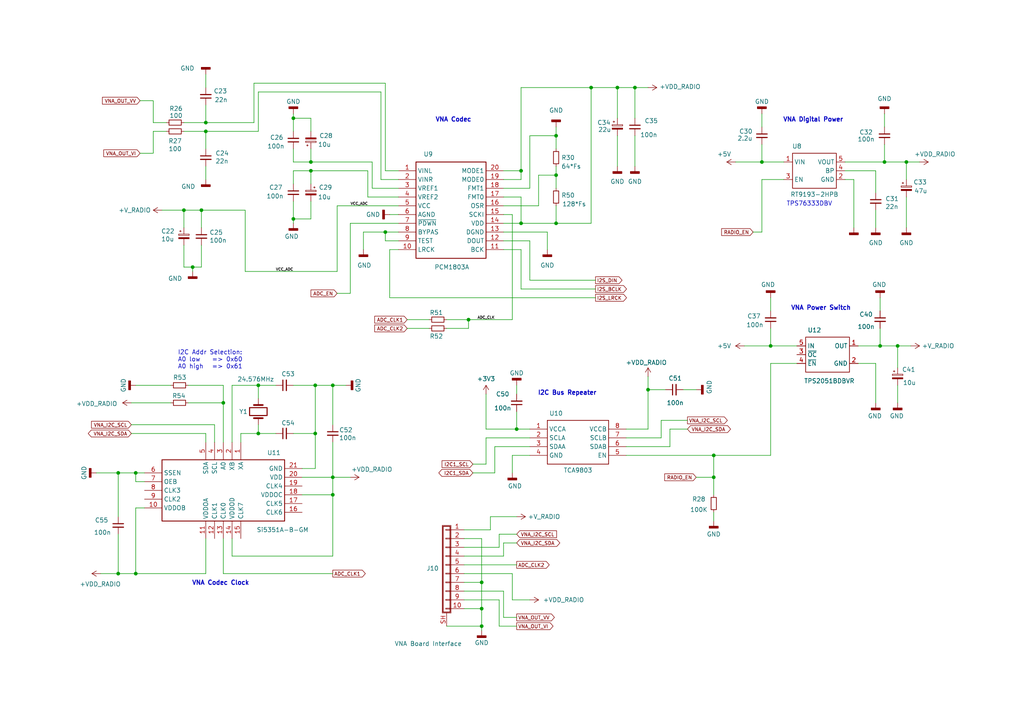
<source format=kicad_sch>
(kicad_sch (version 20250114) (generator "eeschema") (generator_version "9.0")
  (paper "A4")
  (title_block (title "AA-PI Display Board for BananaPi M2-Magic - VNA/Codec") (date "2025-10-27") (rev "4.3") (company "ORPALTECH") (comment 4 "Author: Sergey Suloev"))
  (lib_symbols
    (symbol "AA-PI-Components:+3V3" (power) (pin_names (offset 0))
      (property "Value" "+3V3" (at 0 3.556 0))
      (symbol "+3V3_0_1"
        (polyline (pts (xy -0.762 1.27) (xy 0 2.54)))
        (polyline (pts (xy 0 2.54) (xy 0.762 1.27)))
        (polyline (pts (xy 0 0) (xy 0 2.54)))
      )
      (symbol "+3V3_1_1"
        (pin power_in line (at 0 0 90) (length 0) (hide yes) (name "+3V3") (number "1"))
      )
    )
    (symbol "AA-PI-Components:+5V" (power) (pin_names (offset 0))
      (property "Value" "+5V" (at 0 3.556 0))
      (symbol "+5V_0_1"
        (polyline (pts (xy -0.762 1.27) (xy 0 2.54)))
        (polyline (pts (xy 0 2.54) (xy 0.762 1.27)))
        (polyline (pts (xy 0 0) (xy 0 2.54)))
      )
      (symbol "+5V_1_1"
        (pin power_in line (at 0 0 90) (length 0) (hide yes) (name "+5V") (number "1"))
      )
    )
    (symbol "AA-PI-Components:+VDD_RADIO" (power) (pin_names (offset 0))
      (property "Value" "+VDD_RADIO" (at 0 3.556 0))
      (symbol "+VDD_RADIO_0_1"
        (polyline (pts (xy -0.762 1.27) (xy 0 2.54)))
        (polyline (pts (xy 0 2.54) (xy 0.762 1.27)))
        (polyline (pts (xy 0 0) (xy 0 2.54)))
      )
      (symbol "+VDD_RADIO_1_1"
        (pin power_in line (at 0 0 90) (length 0) (hide yes) (name "+V_RADIO") (number "1"))
      )
    )
    (symbol "AA-PI-Components:+V_RADIO" (power) (pin_names (offset 0))
      (property "Value" "+V_RADIO" (at 0 3.556 0))
      (symbol "+V_RADIO_0_1"
        (polyline (pts (xy -0.762 1.27) (xy 0 2.54)))
        (polyline (pts (xy 0 2.54) (xy 0.762 1.27)))
        (polyline (pts (xy 0 0) (xy 0 2.54)))
      )
      (symbol "+V_RADIO_1_1"
        (pin power_in line (at 0 0 90) (length 0) (hide yes) (name "+V_RADIO") (number "1"))
      )
    )
    (symbol "AA-PI-Components:CP_Small" (pin_numbers (hide yes)) (pin_names (offset 0.254) (hide yes))
      (property "Reference" "C" (at 0.254 1.778 0))
      (property "Value" "CP_Small" (at 0.254 -2.032 0))
      (symbol "CP_Small_0_1"
        (rectangle (start -1.524 0.6858) (end 1.524 0.3048))
        (rectangle (start -1.524 -0.3048) (end 1.524 -0.6858) (fill (type outline)))
        (polyline (pts (xy -1.27 1.524) (xy -0.762 1.524)))
        (polyline (pts (xy -1.016 1.27) (xy -1.016 1.778)))
      )
      (symbol "CP_Small_1_1"
        (pin passive line (at 0 2.54 270) (length 1.8542) (name "~") (number "1"))
        (pin passive line (at 0 -2.54 90) (length 1.8542) (name "~") (number "2"))
      )
    )
    (symbol "AA-PI-Components:C_Small" (pin_numbers (hide yes)) (pin_names (offset 0.254) (hide yes))
      (property "Reference" "C" (at 0.254 1.778 0))
      (property "Value" "C_Small" (at 0.254 -2.032 0))
      (symbol "C_Small_0_1"
        (polyline (pts (xy -1.524 0.508) (xy 1.524 0.508)) (stroke (width 0.3048)))
        (polyline (pts (xy -1.524 -0.508) (xy 1.524 -0.508)) (stroke (width 0.3302)))
      )
      (symbol "C_Small_1_1"
        (pin passive line (at 0 2.54 270) (length 2.032) (name "~") (number "1"))
        (pin passive line (at 0 -2.54 90) (length 2.032) (name "~") (number "2"))
      )
    )
    (symbol "AA-PI-Components:Conn_01x10_Shielded" (pin_names (offset 1.016) (hide yes))
      (property "Reference" "J" (at 0.254 12.446 0))
      (property "Value" "Conn_01x10_Shielded" (at 1.016 -14.986 0))
      (symbol "Conn_01x10_Shielded_1_1"
        (rectangle (start -1.27 11.43) (end 1.27 -13.97) (stroke (width 0.1524)))
        (rectangle (start -1.016 11.176) (end 1.016 -13.716) (stroke (width 0.254)))
        (rectangle (start -1.016 10.287) (end 0.254 10.033) (stroke (width 0.1524)))
        (rectangle (start -1.016 7.747) (end 0.254 7.493) (stroke (width 0.1524)))
        (rectangle (start -1.016 5.207) (end 0.254 4.953) (stroke (width 0.1524)))
        (rectangle (start -1.016 2.667) (end 0.254 2.413) (stroke (width 0.1524)))
        (rectangle (start -1.016 0.127) (end 0.254 -0.127) (stroke (width 0.1524)))
        (rectangle (start -1.016 -2.413) (end 0.254 -2.667) (stroke (width 0.1524)))
        (rectangle (start -1.016 -4.953) (end 0.254 -5.207) (stroke (width 0.1524)))
        (rectangle (start -1.016 -7.493) (end 0.254 -7.747) (stroke (width 0.1524)))
        (rectangle (start -1.016 -10.033) (end 0.254 -10.287) (stroke (width 0.1524)))
        (rectangle (start -1.016 -12.573) (end 0.254 -12.827) (stroke (width 0.1524)))
        (pin passive line (at -5.08 10.16 0) (length 4.064) (name "Pin_1") (number "1"))
        (pin passive line (at -5.08 7.62 0) (length 4.064) (name "Pin_2") (number "2"))
        (pin passive line (at -5.08 5.08 0) (length 4.064) (name "Pin_3") (number "3"))
        (pin passive line (at -5.08 2.54 0) (length 4.064) (name "Pin_4") (number "4"))
        (pin passive line (at -5.08 0 0) (length 4.064) (name "Pin_5") (number "5"))
        (pin passive line (at -5.08 -2.54 0) (length 4.064) (name "Pin_6") (number "6"))
        (pin passive line (at -5.08 -5.08 0) (length 4.064) (name "Pin_7") (number "7"))
        (pin passive line (at -5.08 -7.62 0) (length 4.064) (name "Pin_8") (number "8"))
        (pin passive line (at -5.08 -10.16 0) (length 4.064) (name "Pin_9") (number "9"))
        (pin passive line (at -5.08 -12.7 0) (length 4.064) (name "Pin_10") (number "10"))
        (pin passive line (at 0 -17.78 90) (length 3.81) (name "Shield") (number "SH"))
      )
    )
    (symbol "AA-PI-Components:Crystal" (pin_numbers (hide yes)) (pin_names (offset 1.016) (hide yes))
      (property "Reference" "Y" (at 0 3.81 0))
      (property "Value" "Crystal" (at 0 -3.81 0))
      (symbol "Crystal_0_1"
        (polyline (pts (xy -2.54 0) (xy -1.905 0)))
        (polyline (pts (xy -1.905 -1.27) (xy -1.905 1.27)) (stroke (width 0.508)))
        (rectangle (start -1.143 2.54) (end 1.143 -2.54) (stroke (width 0.3048)))
        (polyline (pts (xy 1.905 -1.27) (xy 1.905 1.27)) (stroke (width 0.508)))
        (polyline (pts (xy 2.54 0) (xy 1.905 0)))
      )
      (symbol "Crystal_1_1"
        (pin passive line (at -3.81 0 0) (length 1.27) (name "1") (number "1"))
        (pin passive line (at 3.81 0 180) (length 1.27) (name "2") (number "2"))
      )
    )
    (symbol "AA-PI-Components:GND" (power) (pin_names (offset 0))
      (symbol "GND_0_1"
        (rectangle (start -1.27 -1.524) (end 1.27 -2.032) (stroke (width 0.254)) (fill (type outline)))
        (polyline (pts (xy 0 0) (xy 0 -1.524)))
      )
      (symbol "GND_1_1"
        (pin power_in line (at 0 0 270) (length 0) (hide yes) (name "GND") (number "1"))
      )
    )
    (symbol "AA-PI-Components:PCM1803"
      (property "Reference" "U" (at -2.286 17.018 0))
      (property "Value" "PCM1803" (at -3.81 -15.24 0))
      (symbol "PCM1803_1_1"
        (rectangle (start -10.16 13.97) (end 10.16 -13.97) (stroke (width 0.254)))
        (pin passive line (at -15.24 11.43 0) (length 5.08) (name "VINL") (number "1"))
        (pin passive line (at -15.24 8.89 0) (length 5.08) (name "VINR") (number "2"))
        (pin passive line (at -15.24 6.35 0) (length 5.08) (name "VREF1") (number "3"))
        (pin passive line (at -15.24 3.81 0) (length 5.08) (name "VREF2") (number "4"))
        (pin passive line (at -15.24 1.27 0) (length 5.08) (name "VCC") (number "5"))
        (pin passive line (at -15.24 -1.27 0) (length 5.08) (name "AGND") (number "6"))
        (pin passive line (at -15.24 -3.81 0) (length 5.08) (name "~{PDWN}") (number "7"))
        (pin passive line (at -15.24 -6.35 0) (length 5.08) (name "BYPAS") (number "8"))
        (pin passive line (at -15.24 -8.89 0) (length 5.08) (name "TEST") (number "9"))
        (pin passive line (at -15.24 -11.43 0) (length 5.08) (name "LRCK") (number "10"))
        (pin passive line (at 15.24 11.43 180) (length 5.08) (name "MODE1") (number "20"))
        (pin passive line (at 15.24 8.89 180) (length 5.08) (name "MODE0") (number "19"))
        (pin passive line (at 15.24 6.35 180) (length 5.08) (name "FMT1") (number "18"))
        (pin passive line (at 15.24 3.81 180) (length 5.08) (name "FMT0") (number "17"))
        (pin passive line (at 15.24 1.27 180) (length 5.08) (name "OSR") (number "16"))
        (pin passive line (at 15.24 -1.27 180) (length 5.08) (name "SCKI") (number "15"))
        (pin passive line (at 15.24 -3.81 180) (length 5.08) (name "VDD") (number "14"))
        (pin passive line (at 15.24 -6.35 180) (length 5.08) (name "DGND") (number "13"))
        (pin passive line (at 15.24 -8.89 180) (length 5.08) (name "DOUT") (number "12"))
        (pin passive line (at 15.24 -11.43 180) (length 5.08) (name "BCK") (number "11"))
      )
    )
    (symbol "AA-PI-Components:RT9193-2HPB"
      (property "Reference" "U" (at -7.62 7.62 0))
      (property "Value" "RT9193-2HPB" (at -3.81 -7.62 0))
      (symbol "RT9193-2HPB_0_0"
        (pin bidirectional line (at -8.89 2.54 0) (length 2.54) (name "VIN") (number "1"))
        (pin bidirectional line (at -8.89 -2.54 0) (length 2.54) (name "EN") (number "3"))
        (pin bidirectional line (at 8.89 2.54 180) (length 2.54) (name "VOUT") (number "5"))
        (pin bidirectional line (at 8.89 0 180) (length 2.54) (name "BP") (number "4"))
        (pin bidirectional line (at 8.89 -2.54 180) (length 2.54) (name "GND") (number "2"))
      )
      (symbol "RT9193-2HPB_0_1"
        (polyline (pts (xy -6.35 5.08) (xy 6.35 5.08) (xy 6.35 -5.08) (xy -6.35 -5.08) (xy -6.35 5.08)) (stroke (width 0.2032)))
      )
    )
    (symbol "AA-PI-Components:R_Small" (pin_numbers (hide yes)) (pin_names (offset 0.254) (hide yes))
      (property "Reference" "R" (at 0.762 0.508 0))
      (property "Value" "R_Small" (at 0.762 -1.016 0))
      (symbol "R_Small_0_1"
        (rectangle (start -0.762 1.778) (end 0.762 -1.778) (stroke (width 0.2032)))
      )
      (symbol "R_Small_1_1"
        (pin passive line (at 0 2.54 270) (length 0.762) (name "~") (number "1"))
        (pin passive line (at 0 -2.54 90) (length 0.762) (name "~") (number "2"))
      )
    )
    (symbol "AA-PI-Components:Si5351A-B-GM"
      (property "Reference" "U" (at 24.13 17.78 0))
      (property "Value" "Si5351A-B-GM" (at 24.13 15.24 0))
      (symbol "Si5351A-B-GM_1_1"
        (rectangle (start 5.08 12.7) (end 22.86 -22.86) (stroke (width 0.254)))
        (pin input line (at 0 0 0) (length 5.08) (name "XA") (number "1"))
        (pin input line (at 0 -2.54 0) (length 5.08) (name "XB") (number "2"))
        (pin input line (at 0 -5.08 0) (length 5.08) (name "A0") (number "3"))
        (pin input line (at 0 -7.62 0) (length 5.08) (name "SCL") (number "4"))
        (pin bidirectional line (at 0 -10.16 0) (length 5.08) (name "SDA") (number "5"))
        (pin power_in line (at 7.62 17.78 270) (length 5.08) (name "GND") (number "21"))
        (pin input line (at 8.89 -27.94 90) (length 5.08) (name "SSEN") (number "6"))
        (pin power_in line (at 10.16 17.78 270) (length 5.08) (name "VDD") (number "20"))
        (pin input line (at 11.43 -27.94 90) (length 5.08) (name "OEB") (number "7"))
        (pin output line (at 12.7 17.78 270) (length 5.08) (name "CLK4") (number "19"))
        (pin output line (at 13.97 -27.94 90) (length 5.08) (name "CLK3") (number "8"))
        (pin power_in line (at 15.24 17.78 270) (length 5.08) (name "VDDOC") (number "18"))
        (pin output line (at 16.51 -27.94 90) (length 5.08) (name "CLK2") (number "9"))
        (pin output line (at 17.78 17.78 270) (length 5.08) (name "CLK5") (number "17"))
        (pin power_in line (at 19.05 -27.94 90) (length 5.08) (name "VDDOB") (number "10"))
        (pin output line (at 20.32 17.78 270) (length 5.08) (name "CLK6") (number "16"))
        (pin output line (at 27.94 0 180) (length 5.08) (name "CLK7") (number "15"))
        (pin power_in line (at 27.94 -2.54 180) (length 5.08) (name "VDDOD") (number "14"))
        (pin output line (at 27.94 -5.08 180) (length 5.08) (name "CLK0") (number "13"))
        (pin output line (at 27.94 -7.62 180) (length 5.08) (name "CLK1") (number "12"))
        (pin power_in line (at 27.94 -10.16 180) (length 5.08) (name "VDDOA") (number "11"))
      )
    )
    (symbol "AA-PI-Components:TCA9802"
      (property "Reference" "U" (at -7.62 8.89 0))
      (property "Value" "TCA9802" (at -5.08 -8.89 0))
      (symbol "TCA9802_0_0"
        (pin bidirectional line (at -13.97 3.81 0) (length 5.08) (name "VCCA") (number "1"))
        (pin bidirectional line (at -13.97 1.27 0) (length 5.08) (name "SCLA") (number "2"))
        (pin bidirectional line (at -13.97 -1.27 0) (length 5.08) (name "SDAA") (number "3"))
        (pin bidirectional line (at -13.97 -3.81 0) (length 5.08) (name "GND") (number "4"))
        (pin bidirectional line (at 13.97 3.81 180) (length 5.08) (name "VCCB") (number "8"))
        (pin bidirectional line (at 13.97 1.27 180) (length 5.08) (name "SCLB") (number "7"))
        (pin bidirectional line (at 13.97 -1.27 180) (length 5.08) (name "SDAB") (number "6"))
        (pin bidirectional line (at 13.97 -3.81 180) (length 5.08) (name "EN") (number "5"))
      )
      (symbol "TCA9802_0_1"
        (polyline (pts (xy -8.89 6.35) (xy 8.89 6.35) (xy 8.89 -6.35) (xy -8.89 -6.35) (xy -8.89 6.35)) (stroke (width 0.2032)))
      )
    )
    (symbol "AA-PI-Components:TPS2051BDBVR"
      (property "Reference" "U" (at -7.62 7.62 0))
      (property "Value" "TPS2051BDBVR" (at -6.35 -7.62 0))
      (symbol "TPS2051BDBVR_0_0"
        (pin bidirectional line (at -8.89 0 0) (length 2.54) (name "~{OC}") (number "3"))
      )
      (symbol "TPS2051BDBVR_0_1"
        (polyline (pts (xy -6.35 5.08) (xy 6.35 5.08) (xy 6.35 -5.08) (xy -6.35 -5.08) (xy -6.35 5.08)) (stroke (width 0.2032)))
      )
      (symbol "TPS2051BDBVR_1_0"
        (pin bidirectional line (at -8.89 2.54 0) (length 2.54) (name "IN") (number "5"))
        (pin bidirectional line (at -8.89 -2.54 0) (length 2.54) (name "~{EN}") (number "4"))
        (pin bidirectional line (at 8.89 2.54 180) (length 2.54) (name "OUT") (number "1"))
        (pin bidirectional line (at 8.89 -2.54 180) (length 2.54) (name "GND") (number "2"))
      )
    )
  )
  (text "I2C Addr Selection:\nA0 low	=> 0x60\nA0 high	=> 0x61" (at 51.562 104.394 0) (effects (font (size 1.27 1.27)) (justify left)))
  (text "VNA Power Switch" (at 229.362 90.17 0) (effects (font (size 1.27 1.27) (thickness 0.254) (bold yes)) (justify left bottom)))
  (text "VNA Codec" (at 126.238 35.56 0) (effects (font (size 1.27 1.27) (thickness 0.254) (bold yes)) (justify left bottom)))
  (text "VNA Codec Clock" (at 55.626 169.926 0) (effects (font (size 1.27 1.27) (thickness 0.254) (bold yes)) (justify left bottom)))
  (text "I2C Bus Repeater" (at 155.956 114.808 0) (effects (font (size 1.27 1.27) (thickness 0.254) (bold yes)) (justify left bottom)))
  (text "TPS76333DBV" (at 228.092 59.944 0) (effects (font (size 1.27 1.27)) (justify left bottom)))
  (text "VNA Digital Power" (at 227.076 35.56 0) (effects (font (size 1.27 1.27) (thickness 0.254) (bold yes)) (justify left bottom)))
  (junction (at 171.45 25.4))
  (junction (at 55.88 77.47))
  (junction (at 74.93 111.76))
  (junction (at 207.01 132.08))
  (junction (at 151.13 64.77))
  (junction (at 39.37 166.37))
  (junction (at 260.35 100.33))
  (junction (at 74.93 125.73))
  (junction (at 90.17 49.53))
  (junction (at 91.44 111.76))
  (junction (at 139.7 176.53))
  (junction (at 85.09 63.5))
  (junction (at 256.54 46.99))
  (junction (at 34.29 137.16))
  (junction (at 34.29 166.37))
  (junction (at 53.34 60.96))
  (junction (at 207.01 138.43))
  (junction (at 187.96 113.03))
  (junction (at 64.77 116.84))
  (junction (at 96.52 138.43))
  (junction (at 220.98 46.99))
  (junction (at 139.7 181.61))
  (junction (at 96.52 143.51))
  (junction (at 59.69 38.1))
  (junction (at 111.76 67.31))
  (junction (at 59.69 35.56))
  (junction (at 161.29 39.37))
  (junction (at 96.52 111.76))
  (junction (at 135.89 92.71))
  (junction (at 91.44 125.73))
  (junction (at 39.37 137.16))
  (junction (at 161.29 64.77))
  (junction (at 151.13 49.53))
  (junction (at 255.27 100.33))
  (junction (at 85.09 34.29))
  (junction (at 184.15 25.4))
  (junction (at 139.7 168.91))
  (junction (at 179.07 25.4))
  (junction (at 149.86 124.46))
  (junction (at 58.42 60.96))
  (junction (at 90.17 46.99))
  (junction (at 223.52 100.33))
  (junction (at 161.29 50.8))
  (junction (at 262.89 46.99))
  (wire (pts (xy 220.98 52.07) (xy 220.98 67.31)))
  (wire (pts (xy 59.69 156.21) (xy 59.69 166.37)))
  (wire (pts (xy 53.34 71.12) (xy 53.34 77.47)))
  (wire (pts (xy 187.96 109.22) (xy 187.96 113.03)))
  (wire (pts (xy 39.37 139.7) (xy 41.91 139.7)))
  (wire (pts (xy 67.31 111.76) (xy 67.31 128.27)))
  (wire (pts (xy 215.9 100.33) (xy 223.52 100.33)))
  (wire (pts (xy 142.24 153.67) (xy 134.62 153.67)))
  (wire (pts (xy 245.11 52.07) (xy 247.65 52.07)))
  (wire (pts (xy 191.77 121.92) (xy 199.39 121.92)))
  (wire (pts (xy 144.78 158.75) (xy 134.62 158.75)))
  (wire (pts (xy 44.45 44.45) (xy 44.45 38.1)))
  (wire (pts (xy 59.69 125.73) (xy 59.69 128.27)))
  (wire (pts (xy 148.59 166.37) (xy 134.62 166.37)))
  (wire (pts (xy 220.98 46.99) (xy 227.33 46.99)))
  (wire (pts (xy 90.17 43.18) (xy 90.17 46.99)))
  (wire (pts (xy 146.05 52.07) (xy 151.13 52.07)))
  (wire (pts (xy 85.09 34.29) (xy 85.09 38.1)))
  (wire (pts (xy 149.86 119.38) (xy 149.86 124.46)))
  (wire (pts (xy 139.7 156.21) (xy 139.7 168.91)))
  (wire (pts (xy 187.96 113.03) (xy 187.96 124.46)))
  (wire (pts (xy 149.86 163.83) (xy 134.62 163.83)))
  (wire (pts (xy 62.23 123.19) (xy 62.23 128.27)))
  (wire (pts (xy 220.98 41.91) (xy 220.98 46.99)))
  (wire (pts (xy 34.29 137.16) (xy 39.37 137.16)))
  (wire (pts (xy 134.62 156.21) (xy 139.7 156.21)))
  (wire (pts (xy 90.17 58.42) (xy 90.17 63.5)))
  (wire (pts (xy 85.09 63.5) (xy 85.09 64.77)))
  (wire (pts (xy 113.03 62.23) (xy 115.57 62.23)))
  (wire (pts (xy 54.61 111.76) (xy 64.77 111.76)))
  (wire (pts (xy 96.52 138.43) (xy 96.52 143.51)))
  (wire (pts (xy 134.62 176.53) (xy 139.7 176.53)))
  (wire (pts (xy 59.69 30.48) (xy 59.69 35.56)))
  (wire (pts (xy 97.79 59.69) (xy 97.79 78.74)))
  (wire (pts (xy 106.68 57.15) (xy 106.68 49.53)))
  (wire (pts (xy 151.13 25.4) (xy 171.45 25.4)))
  (wire (pts (xy 29.21 166.37) (xy 34.29 166.37)))
  (wire (pts (xy 67.31 161.29) (xy 96.52 161.29)))
  (wire (pts (xy 260.35 100.33) (xy 264.16 100.33)))
  (wire (pts (xy 153.67 81.28) (xy 153.67 69.85)))
  (wire (pts (xy 262.89 46.99) (xy 262.89 52.07)))
  (wire (pts (xy 161.29 36.83) (xy 161.29 39.37)))
  (wire (pts (xy 146.05 57.15) (xy 151.13 57.15)))
  (wire (pts (xy 59.69 21.59) (xy 59.69 25.4)))
  (wire (pts (xy 256.54 46.99) (xy 262.89 46.99)))
  (wire (pts (xy 179.07 39.37) (xy 179.07 48.26)))
  (wire (pts (xy 207.01 132.08) (xy 223.52 132.08)))
  (wire (pts (xy 34.29 154.94) (xy 34.29 166.37)))
  (wire (pts (xy 140.97 134.62) (xy 140.97 127)))
  (wire (pts (xy 146.05 157.48) (xy 149.86 157.48)))
  (wire (pts (xy 96.52 166.37) (xy 64.77 166.37)))
  (wire (pts (xy 118.11 95.25) (xy 124.46 95.25)))
  (wire (pts (xy 107.95 46.99) (xy 107.95 54.61)))
  (wire (pts (xy 97.79 85.09) (xy 101.6 85.09)))
  (wire (pts (xy 38.1 116.84) (xy 49.53 116.84)))
  (wire (pts (xy 256.54 33.02) (xy 256.54 36.83)))
  (wire (pts (xy 40.64 44.45) (xy 44.45 44.45)))
  (wire (pts (xy 39.37 137.16) (xy 41.91 137.16)))
  (wire (pts (xy 223.52 105.41) (xy 223.52 132.08)))
  (wire (pts (xy 255.27 86.36) (xy 255.27 90.17)))
  (wire (pts (xy 181.61 132.08) (xy 207.01 132.08)))
  (wire (pts (xy 161.29 64.77) (xy 171.45 64.77)))
  (wire (pts (xy 74.93 38.1) (xy 74.93 26.67)))
  (wire (pts (xy 220.98 52.07) (xy 227.33 52.07)))
  (wire (pts (xy 158.75 67.31) (xy 146.05 67.31)))
  (wire (pts (xy 44.45 29.21) (xy 44.45 35.56)))
  (wire (pts (xy 85.09 46.99) (xy 90.17 46.99)))
  (wire (pts (xy 90.17 46.99) (xy 107.95 46.99)))
  (wire (pts (xy 179.07 25.4) (xy 184.15 25.4)))
  (wire (pts (xy 218.44 67.31) (xy 220.98 67.31)))
  (wire (pts (xy 144.78 154.94) (xy 144.78 158.75)))
  (wire (pts (xy 144.78 173.99) (xy 134.62 173.99)))
  (wire (pts (xy 87.63 135.89) (xy 91.44 135.89)))
  (wire (pts (xy 67.31 156.21) (xy 67.31 161.29)))
  (wire (pts (xy 184.15 25.4) (xy 187.96 25.4)))
  (wire (pts (xy 101.6 64.77) (xy 115.57 64.77)))
  (wire (pts (xy 146.05 161.29) (xy 134.62 161.29)))
  (wire (pts (xy 143.51 137.16) (xy 137.16 137.16)))
  (wire (pts (xy 179.07 25.4) (xy 179.07 34.29)))
  (wire (pts (xy 171.45 25.4) (xy 179.07 25.4)))
  (wire (pts (xy 46.99 60.96) (xy 53.34 60.96)))
  (wire (pts (xy 149.86 111.76) (xy 149.86 114.3)))
  (wire (pts (xy 69.85 125.73) (xy 69.85 128.27)))
  (wire (pts (xy 153.67 81.28) (xy 172.72 81.28)))
  (wire (pts (xy 194.31 124.46) (xy 199.39 124.46)))
  (wire (pts (xy 151.13 83.82) (xy 151.13 72.39)))
  (wire (pts (xy 91.44 135.89) (xy 91.44 125.73)))
  (wire (pts (xy 69.85 125.73) (xy 74.93 125.73)))
  (wire (pts (xy 142.24 149.86) (xy 149.86 149.86)))
  (wire (pts (xy 55.88 77.47) (xy 55.88 78.74)))
  (wire (pts (xy 91.44 111.76) (xy 91.44 125.73)))
  (wire (pts (xy 142.24 149.86) (xy 142.24 153.67)))
  (wire (pts (xy 38.1 125.73) (xy 59.69 125.73)))
  (wire (pts (xy 85.09 111.76) (xy 91.44 111.76)))
  (wire (pts (xy 71.12 78.74) (xy 97.79 78.74)))
  (wire (pts (xy 64.77 111.76) (xy 64.77 116.84)))
  (wire (pts (xy 96.52 111.76) (xy 96.52 123.19)))
  (wire (pts (xy 73.66 35.56) (xy 73.66 24.13)))
  (wire (pts (xy 248.92 105.41) (xy 254 105.41)))
  (wire (pts (xy 161.29 48.26) (xy 161.29 50.8)))
  (wire (pts (xy 223.52 90.17) (xy 223.52 86.36)))
  (wire (pts (xy 151.13 72.39) (xy 146.05 72.39)))
  (wire (pts (xy 135.89 95.25) (xy 129.54 95.25)))
  (wire (pts (xy 139.7 182.88) (xy 139.7 181.61)))
  (wire (pts (xy 39.37 147.32) (xy 39.37 166.37)))
  (wire (pts (xy 148.59 62.23) (xy 148.59 92.71)))
  (wire (pts (xy 74.93 111.76) (xy 67.31 111.76)))
  (wire (pts (xy 223.52 95.25) (xy 223.52 100.33)))
  (wire (pts (xy 140.97 134.62) (xy 137.16 134.62)))
  (wire (pts (xy 34.29 137.16) (xy 34.29 149.86)))
  (wire (pts (xy 53.34 35.56) (xy 59.69 35.56)))
  (wire (pts (xy 255.27 100.33) (xy 260.35 100.33)))
  (wire (pts (xy 71.12 78.74) (xy 71.12 60.96)))
  (wire (pts (xy 191.77 121.92) (xy 191.77 127)))
  (wire (pts (xy 39.37 166.37) (xy 59.69 166.37)))
  (wire (pts (xy 74.93 26.67) (xy 110.49 26.67)))
  (wire (pts (xy 201.93 138.43) (xy 207.01 138.43)))
  (wire (pts (xy 245.11 49.53) (xy 254 49.53)))
  (wire (pts (xy 146.05 49.53) (xy 151.13 49.53)))
  (wire (pts (xy 256.54 41.91) (xy 256.54 46.99)))
  (wire (pts (xy 113.03 72.39) (xy 115.57 72.39)))
  (wire (pts (xy 53.34 77.47) (xy 55.88 77.47)))
  (wire (pts (xy 59.69 38.1) (xy 74.93 38.1)))
  (wire (pts (xy 111.76 67.31) (xy 115.57 67.31)))
  (wire (pts (xy 44.45 38.1) (xy 48.26 38.1)))
  (wire (pts (xy 143.51 137.16) (xy 143.51 129.54)))
  (wire (pts (xy 85.09 125.73) (xy 91.44 125.73)))
  (wire (pts (xy 113.03 86.36) (xy 172.72 86.36)))
  (wire (pts (xy 110.49 26.67) (xy 110.49 52.07)))
  (wire (pts (xy 113.03 72.39) (xy 113.03 86.36)))
  (wire (pts (xy 156.21 50.8) (xy 156.21 59.69)))
  (wire (pts (xy 151.13 57.15) (xy 151.13 64.77)))
  (wire (pts (xy 140.97 127) (xy 153.67 127)))
  (wire (pts (xy 135.89 92.71) (xy 135.89 95.25)))
  (wire (pts (xy 223.52 105.41) (xy 231.14 105.41)))
  (wire (pts (xy 54.61 116.84) (xy 64.77 116.84)))
  (wire (pts (xy 34.29 166.37) (xy 39.37 166.37)))
  (wire (pts (xy 139.7 176.53) (xy 139.7 181.61)))
  (wire (pts (xy 135.89 92.71) (xy 129.54 92.71)))
  (wire (pts (xy 97.79 59.69) (xy 115.57 59.69)))
  (wire (pts (xy 85.09 58.42) (xy 85.09 63.5)))
  (wire (pts (xy 161.29 50.8) (xy 156.21 50.8)))
  (wire (pts (xy 87.63 138.43) (xy 96.52 138.43)))
  (wire (pts (xy 39.37 111.76) (xy 49.53 111.76)))
  (wire (pts (xy 96.52 111.76) (xy 100.33 111.76)))
  (wire (pts (xy 58.42 71.12) (xy 58.42 77.47)))
  (wire (pts (xy 146.05 64.77) (xy 151.13 64.77)))
  (wire (pts (xy 96.52 128.27) (xy 96.52 138.43)))
  (wire (pts (xy 254 49.53) (xy 254 55.88)))
  (wire (pts (xy 153.67 69.85) (xy 146.05 69.85)))
  (wire (pts (xy 85.09 34.29) (xy 90.17 34.29)))
  (wire (pts (xy 64.77 116.84) (xy 64.77 128.27)))
  (wire (pts (xy 148.59 132.08) (xy 153.67 132.08)))
  (wire (pts (xy 146.05 59.69) (xy 156.21 59.69)))
  (wire (pts (xy 254 105.41) (xy 254 116.84)))
  (wire (pts (xy 161.29 50.8) (xy 161.29 54.61)))
  (wire (pts (xy 74.93 111.76) (xy 80.01 111.76)))
  (wire (pts (xy 260.35 100.33) (xy 260.35 106.68)))
  (wire (pts (xy 144.78 154.94) (xy 149.86 154.94)))
  (wire (pts (xy 105.41 67.31) (xy 105.41 72.39)))
  (wire (pts (xy 41.91 147.32) (xy 39.37 147.32)))
  (wire (pts (xy 39.37 137.16) (xy 39.37 139.7)))
  (wire (pts (xy 111.76 69.85) (xy 115.57 69.85)))
  (wire (pts (xy 260.35 111.76) (xy 260.35 116.84)))
  (wire (pts (xy 101.6 85.09) (xy 101.6 64.77)))
  (wire (pts (xy 90.17 53.34) (xy 90.17 49.53)))
  (wire (pts (xy 53.34 60.96) (xy 53.34 66.04)))
  (wire (pts (xy 135.89 92.71) (xy 148.59 92.71)))
  (wire (pts (xy 151.13 64.77) (xy 161.29 64.77)))
  (wire (pts (xy 171.45 25.4) (xy 171.45 64.77)))
  (wire (pts (xy 140.97 124.46) (xy 140.97 114.3)))
  (wire (pts (xy 90.17 49.53) (xy 85.09 49.53)))
  (wire (pts (xy 194.31 129.54) (xy 181.61 129.54)))
  (wire (pts (xy 148.59 137.16) (xy 148.59 132.08)))
  (wire (pts (xy 74.93 111.76) (xy 74.93 115.57)))
  (wire (pts (xy 148.59 173.99) (xy 153.67 173.99)))
  (wire (pts (xy 187.96 124.46) (xy 181.61 124.46)))
  (wire (pts (xy 158.75 72.39) (xy 158.75 67.31)))
  (wire (pts (xy 191.77 127) (xy 181.61 127)))
  (wire (pts (xy 74.93 125.73) (xy 80.01 125.73)))
  (wire (pts (xy 193.04 113.03) (xy 187.96 113.03)))
  (wire (pts (xy 96.52 138.43) (xy 101.6 138.43)))
  (wire (pts (xy 146.05 179.07) (xy 146.05 171.45)))
  (wire (pts (xy 64.77 156.21) (xy 64.77 166.37)))
  (wire (pts (xy 107.95 54.61) (xy 115.57 54.61)))
  (wire (pts (xy 44.45 35.56) (xy 48.26 35.56)))
  (wire (pts (xy 144.78 181.61) (xy 144.78 173.99)))
  (wire (pts (xy 201.93 113.03) (xy 198.12 113.03)))
  (wire (pts (xy 247.65 52.07) (xy 247.65 66.04)))
  (wire (pts (xy 87.63 143.51) (xy 96.52 143.51)))
  (wire (pts (xy 146.05 157.48) (xy 146.05 161.29)))
  (wire (pts (xy 143.51 129.54) (xy 153.67 129.54)))
  (wire (pts (xy 207.01 138.43) (xy 207.01 143.51)))
  (wire (pts (xy 58.42 60.96) (xy 58.42 66.04)))
  (wire (pts (xy 245.11 46.99) (xy 256.54 46.99)))
  (wire (pts (xy 139.7 168.91) (xy 139.7 176.53)))
  (wire (pts (xy 254 60.96) (xy 254 66.04)))
  (wire (pts (xy 73.66 24.13) (xy 111.76 24.13)))
  (wire (pts (xy 53.34 38.1) (xy 59.69 38.1)))
  (wire (pts (xy 59.69 38.1) (xy 59.69 43.18)))
  (wire (pts (xy 194.31 124.46) (xy 194.31 129.54)))
  (wire (pts (xy 129.54 181.61) (xy 139.7 181.61)))
  (wire (pts (xy 149.86 124.46) (xy 140.97 124.46)))
  (wire (pts (xy 207.01 151.13) (xy 207.01 148.59)))
  (wire (pts (xy 161.29 39.37) (xy 153.67 39.37)))
  (wire (pts (xy 207.01 138.43) (xy 207.01 132.08)))
  (wire (pts (xy 59.69 35.56) (xy 73.66 35.56)))
  (wire (pts (xy 262.89 46.99) (xy 266.7 46.99)))
  (wire (pts (xy 55.88 77.47) (xy 58.42 77.47)))
  (wire (pts (xy 146.05 54.61) (xy 153.67 54.61)))
  (wire (pts (xy 85.09 46.99) (xy 85.09 43.18)))
  (wire (pts (xy 161.29 39.37) (xy 161.29 43.18)))
  (wire (pts (xy 118.11 92.71) (xy 124.46 92.71)))
  (wire (pts (xy 144.78 181.61) (xy 149.86 181.61)))
  (wire (pts (xy 248.92 100.33) (xy 255.27 100.33)))
  (wire (pts (xy 184.15 39.37) (xy 184.15 48.26)))
  (wire (pts (xy 161.29 59.69) (xy 161.29 64.77)))
  (wire (pts (xy 115.57 57.15) (xy 106.68 57.15)))
  (wire (pts (xy 90.17 63.5) (xy 85.09 63.5)))
  (wire (pts (xy 91.44 111.76) (xy 96.52 111.76)))
  (wire (pts (xy 59.69 48.26) (xy 59.69 52.07)))
  (wire (pts (xy 27.94 137.16) (xy 34.29 137.16)))
  (wire (pts (xy 262.89 57.15) (xy 262.89 66.04)))
  (wire (pts (xy 90.17 38.1) (xy 90.17 34.29)))
  (wire (pts (xy 255.27 95.25) (xy 255.27 100.33)))
  (wire (pts (xy 105.41 67.31) (xy 111.76 67.31)))
  (wire (pts (xy 213.36 46.99) (xy 220.98 46.99)))
  (wire (pts (xy 151.13 25.4) (xy 151.13 49.53)))
  (wire (pts (xy 111.76 67.31) (xy 111.76 69.85)))
  (wire (pts (xy 111.76 24.13) (xy 111.76 49.53)))
  (wire (pts (xy 106.68 49.53) (xy 90.17 49.53)))
  (wire (pts (xy 74.93 125.73) (xy 74.93 123.19)))
  (wire (pts (xy 110.49 52.07) (xy 115.57 52.07)))
  (wire (pts (xy 85.09 49.53) (xy 85.09 53.34)))
  (wire (pts (xy 153.67 124.46) (xy 149.86 124.46)))
  (wire (pts (xy 184.15 25.4) (xy 184.15 34.29)))
  (wire (pts (xy 38.1 123.19) (xy 62.23 123.19)))
  (wire (pts (xy 220.98 36.83) (xy 220.98 33.02)))
  (wire (pts (xy 153.67 39.37) (xy 153.67 54.61)))
  (wire (pts (xy 111.76 49.53) (xy 115.57 49.53)))
  (wire (pts (xy 58.42 60.96) (xy 71.12 60.96)))
  (wire (pts (xy 223.52 100.33) (xy 231.14 100.33)))
  (wire (pts (xy 151.13 83.82) (xy 172.72 83.82)))
  (wire (pts (xy 96.52 143.51) (xy 96.52 161.29)))
  (wire (pts (xy 85.09 34.29) (xy 85.09 33.02)))
  (wire (pts (xy 146.05 179.07) (xy 149.86 179.07)))
  (wire (pts (xy 40.64 29.21) (xy 44.45 29.21)))
  (wire (pts (xy 146.05 171.45) (xy 134.62 171.45)))
  (wire (pts (xy 151.13 52.07) (xy 151.13 49.53)))
  (wire (pts (xy 148.59 173.99) (xy 148.59 166.37)))
  (wire (pts (xy 58.42 60.96) (xy 53.34 60.96)))
  (wire (pts (xy 134.62 168.91) (xy 139.7 168.91)))
  (wire (pts (xy 148.59 62.23) (xy 146.05 62.23)))
  (label "VCC_ADC" (at 85.09 78.74 180) (effects (font (size 0.762 0.762))))
  (label "VCC_ADC" (at 101.6 59.69 0) (effects (font (size 0.762 0.762))))
  (label "ADC_CLK" (at 138.43 92.71 0) (effects (font (size 0.762 0.762))))
  (global_label "ADC_CLK1" (shape input) (at 118.11 92.71 180) (effects (font (size 1.016 1.016))) (property "Intersheetrefs" "${INTERSHEET_REFS}" (effects (hide yes))))
  (global_label "VNA_OUT_VI" (shape input) (at 40.64 44.45 180) (effects (font (size 1.016 1.016))) (property "Intersheetrefs" "${INTERSHEET_REFS}" (effects (hide yes))))
  (global_label "VNA_OUT_VV" (shape input) (at 40.64 29.21 180) (effects (font (size 1.016 1.016))) (property "Intersheetrefs" "${INTERSHEET_REFS}" (effects (hide yes))))
  (global_label "I2C1_SCL" (shape input) (at 137.16 134.62 180) (effects (font (size 1.016 1.016))) (property "Intersheetrefs" "${INTERSHEET_REFS}" (effects (hide yes))))
  (global_label "ADC_CLK1" (shape output) (at 96.52 166.37 0) (effects (font (size 1.016 1.016))) (property "Intersheetrefs" "${INTERSHEET_REFS}" (effects (hide yes))))
  (global_label "VNA_I2C_SDA" (shape bidirectional) (at 199.39 124.46 0) (effects (font (size 1.016 1.016))) (property "Intersheetrefs" "${INTERSHEET_REFS}" (effects (hide yes))))
  (global_label "VNA_I2C_SDA" (shape bidirectional) (at 149.86 157.48 0) (effects (font (size 1.016 1.016))) (property "Intersheetrefs" "${INTERSHEET_REFS}" (effects (hide yes))))
  (global_label "RADIO_EN" (shape input) (at 218.44 67.31 180) (effects (font (size 1.016 1.016))) (property "Intersheetrefs" "${INTERSHEET_REFS}" (effects (hide yes))))
  (global_label "VNA_OUT_VI" (shape output) (at 149.86 181.61 0) (effects (font (size 1.016 1.016))) (property "Intersheetrefs" "${INTERSHEET_REFS}" (effects (hide yes))))
  (global_label "VNA_I2C_SCL" (shape input) (at 38.1 123.19 180) (effects (font (size 1.016 1.016))) (property "Intersheetrefs" "${INTERSHEET_REFS}" (effects (hide yes))))
  (global_label "ADC_CLK2" (shape input) (at 118.11 95.25 180) (effects (font (size 1.016 1.016))) (property "Intersheetrefs" "${INTERSHEET_REFS}" (effects (hide yes))))
  (global_label "ADC_CLK2" (shape output) (at 149.86 163.83 0) (effects (font (size 1.016 1.016))) (property "Intersheetrefs" "${INTERSHEET_REFS}" (effects (hide yes))))
  (global_label "VNA_OUT_VV" (shape output) (at 149.86 179.07 0) (effects (font (size 1.016 1.016))) (property "Intersheetrefs" "${INTERSHEET_REFS}" (effects (hide yes))))
  (global_label "VNA_I2C_SCL" (shape output) (at 199.39 121.92 0) (effects (font (size 1.016 1.016))) (property "Intersheetrefs" "${INTERSHEET_REFS}" (effects (hide yes))))
  (global_label "ADC_EN" (shape input) (at 97.79 85.09 180) (effects (font (size 1.016 1.016))) (property "Intersheetrefs" "${INTERSHEET_REFS}" (effects (hide yes))))
  (global_label "I2C1_SDA" (shape bidirectional) (at 137.16 137.16 180) (effects (font (size 1.016 1.016))) (property "Intersheetrefs" "${INTERSHEET_REFS}" (effects (hide yes))))
  (global_label "I2S_BCLK" (shape output) (at 172.72 83.82 0) (effects (font (size 1.016 1.016))) (property "Intersheetrefs" "${INTERSHEET_REFS}" (effects (hide yes))))
  (global_label "I2S_LRCK" (shape output) (at 172.72 86.36 0) (effects (font (size 1.016 1.016))) (property "Intersheetrefs" "${INTERSHEET_REFS}" (effects (hide yes))))
  (global_label "RADIO_EN" (shape input) (at 201.93 138.43 180) (effects (font (size 1.016 1.016))) (property "Intersheetrefs" "${INTERSHEET_REFS}" (effects (hide yes))))
  (global_label "VNA_I2C_SDA" (shape bidirectional) (at 38.1 125.73 180) (effects (font (size 1.016 1.016))) (property "Intersheetrefs" "${INTERSHEET_REFS}" (effects (hide yes))))
  (global_label "I2S_DIN" (shape output) (at 172.72 81.28 0) (effects (font (size 1.016 1.016))) (property "Intersheetrefs" "${INTERSHEET_REFS}" (effects (hide yes))))
  (global_label "VNA_I2C_SCL" (shape input) (at 149.86 154.94 0) (effects (font (size 1.016 1.016))) (property "Intersheetrefs" "${INTERSHEET_REFS}" (effects (hide yes))))
  (symbol (lib_id "AA-PI-Components:CP_Small") (at 53.34 68.58 0) (unit 1)
    (property "Reference" "C22" (at 46.736 67.056 0) (effects (justify left)))
    (property "Value" "10u" (at 46.736 69.342 0) (effects (justify left)))
    (property "Footprint" "AA-PI-Footprints:CP_EIA-3216-18_Kemet-A" (effects (hide yes)))
  )
  (symbol (lib_id "AA-PI-Components:C_Small") (at 58.42 68.58 0) (unit 1)
    (property "Reference" "C25" (at 60.7568 67.4116 0) (effects (justify left)))
    (property "Value" "100n" (at 60.7568 69.723 0) (effects (justify left)))
    (property "Footprint" "AA-PI-Footprints:C_0603_1608Metric" (effects (hide yes)))
  )
  (symbol (lib_id "AA-PI-Components:CP_Small") (at 179.07 36.83 0) (unit 1)
    (property "Reference" "C34" (at 173.228 35.56 0) (effects (justify left)))
    (property "Value" "22u" (at 173.482 37.592 0) (effects (justify left)))
    (property "Footprint" "AA-PI-Footprints:CP_EIA-3216-18_Kemet-A" (effects (hide yes)))
  )
  (symbol (lib_id "AA-PI-Components:C_Small") (at 184.15 36.83 0) (unit 1)
    (property "Reference" "C35" (at 186.944 35.052 0) (effects (justify left)))
    (property "Value" "100n" (at 185.674 39.116 0) (effects (justify left)))
    (property "Footprint" "AA-PI-Footprints:C_0603_1608Metric" (effects (hide yes)))
  )
  (symbol (lib_id "AA-PI-Components:GND") (at 179.07 48.26 0) (unit 1)
    (property "Reference" "#PWR0103" (effects (hide yes)))
    (property "Value" "GND" (at 179.07 52.6542 0))
  )
  (symbol (lib_id "AA-PI-Components:R_Small") (at 50.8 35.56 90) (unit 1)
    (property "Reference" "R26" (at 51.054 31.496 90))
    (property "Value" "100" (at 51.054 33.528 90))
    (property "Footprint" "AA-PI-Footprints:R_0603_1608Metric" (effects (hide yes)))
  )
  (symbol (lib_id "AA-PI-Components:R_Small") (at 50.8 38.1 90) (mirror x) (unit 1)
    (property "Reference" "R27" (at 50.8 40.894 90))
    (property "Value" "100" (at 50.8 43.18 90))
    (property "Footprint" "AA-PI-Footprints:R_0603_1608Metric" (effects (hide yes)))
  )
  (symbol (lib_id "AA-PI-Components:C_Small") (at 59.69 27.94 0) (mirror x) (unit 1)
    (property "Reference" "C23" (at 61.976 26.416 0) (effects (justify left)))
    (property "Value" "22n" (at 62.23 28.956 0) (effects (justify left)))
    (property "Footprint" "AA-PI-Footprints:C_0603_1608Metric" (effects (hide yes)))
  )
  (symbol (lib_id "AA-PI-Components:C_Small") (at 59.69 45.72 0) (unit 1)
    (property "Reference" "C24" (at 62.484 44.45 0) (effects (justify left)))
    (property "Value" "22n" (at 62.484 46.736 0) (effects (justify left)))
    (property "Footprint" "AA-PI-Footprints:C_0603_1608Metric" (effects (hide yes)))
  )
  (symbol (lib_id "AA-PI-Components:GND") (at 59.69 52.07 0) (unit 1)
    (property "Reference" "#PWR085" (effects (hide yes)))
    (property "Value" "GND" (at 54.61 54.102 0))
  )
  (symbol (lib_id "AA-PI-Components:GND") (at 59.69 21.59 180) (unit 1)
    (property "Reference" "#PWR084" (effects (hide yes)))
    (property "Value" "GND" (at 54.356 19.812 0))
  )
  (symbol (lib_id "AA-PI-Components:Conn_01x10_Shielded") (at 129.54 163.83 0) (mirror y) (unit 1)
    (property "Reference" "J10" (at 125.476 164.846 0))
    (property "Value" "VNA Board Interface" (at 124.206 186.69 0))
    (property "Footprint" "AA-PI-Footprints:1.25-AB-SMT-10pin-Vertical" (effects (hide yes)))
    (property "Description" "Generic shielded connector, single row, 01x10, script generated (kicad-library-utils/schlib/autogen/connector/)" (effects (hide yes)))
  )
  (symbol (lib_id "AA-PI-Components:GND") (at 139.7 182.88 0) (unit 1)
    (property "Reference" "#PWR082" (effects (hide yes)))
    (property "Value" "GND" (at 139.7 186.436 0))
  )
  (symbol (lib_id "AA-PI-Components:+V_RADIO") (at 149.86 149.86 270) (unit 1)
    (property "Reference" "#PWR086" (effects (hide yes)))
    (property "Value" "+V_RADIO" (at 153.0858 149.86 90) (effects (justify left)))
  )
  (symbol (lib_id "AA-PI-Components:+5V") (at 215.9 100.33 90) (unit 1)
    (property "Reference" "#PWR0107" (effects (hide yes)))
    (property "Value" "+5V" (at 212.09 100.33 90) (effects (justify left)))
  )
  (symbol (lib_id "AA-PI-Components:TPS2051BDBVR") (at 240.03 102.87 0) (unit 1)
    (property "Reference" "U12" (at 236.22 95.758 0))
    (property "Value" "TPS2051BDBVR" (at 240.538 110.49 0))
    (property "Footprint" "AA-PI-Footprints:SOT95P280X145-5N" (effects (hide yes)))
    (property "Datasheet" "http://www.ti.com/lit/ds/symlink/tps2051b.pdf" (effects (hide yes)))
    (property "Description" "TEXAS INSTRUMENTS - TPS2051BDBVR - CURRENT LIMITED POWER SWITCH, 5.5V SOT23-5, FULL REEL" (effects (hide yes)))
    (property "Manufacturer_Name" "Texas Instruments" (effects (hide yes)))
    (property "Manufacturer_Part_Number" "TPS2051BDBVR" (effects (hide yes)))
  )
  (symbol (lib_id "AA-PI-Components:C_Small") (at 255.27 92.71 0) (unit 1)
    (property "Reference" "C40" (at 251.206 91.186 0))
    (property "Value" "100n" (at 251.206 94.742 0))
    (property "Footprint" "AA-PI-Footprints:C_0805_2012Metric" (effects (hide yes)))
  )
  (symbol (lib_id "AA-PI-Components:GND") (at 260.35 116.84 0) (mirror y) (unit 1)
    (property "Reference" "#PWR0118" (effects (hide yes)))
    (property "Value" "GND" (at 260.096 120.65 0))
  )
  (symbol (lib_id "AA-PI-Components:C_Small") (at 223.52 92.71 180) (unit 1)
    (property "Reference" "C37" (at 218.694 91.694 0))
    (property "Value" "100n" (at 218.948 94.234 0))
    (property "Footprint" "AA-PI-Footprints:C_0805_2012Metric" (effects (hide yes)))
  )
  (symbol (lib_id "AA-PI-Components:GND") (at 223.52 86.36 0) (mirror x) (unit 1)
    (property "Reference" "#PWR0111" (effects (hide yes)))
    (property "Value" "GND" (at 222.758 82.55 0))
  )
  (symbol (lib_id "AA-PI-Components:+V_RADIO") (at 264.16 100.33 270) (unit 1)
    (property "Reference" "#PWR0121" (effects (hide yes)))
    (property "Value" "+V_RADIO" (at 267.3858 100.33 90) (effects (justify left)))
  )
  (symbol (lib_id "AA-PI-Components:CP_Small") (at 260.35 109.22 0) (unit 1)
    (property "Reference" "C41" (at 261.62 107.188 0) (effects (justify left)))
    (property "Value" "10u" (at 261.874 110.998 0) (effects (justify left)))
    (property "Footprint" "AA-PI-Footprints:CP_EIA-3528-21_Kemet-B" (effects (hide yes)))
  )
  (symbol (lib_id "AA-PI-Components:GND") (at 100.33 111.76 90) (unit 1)
    (property "Reference" "#PWR081" (effects (hide yes)))
    (property "Value" "GND" (at 103.886 111.76 0))
  )
  (symbol (lib_id "AA-PI-Components:GND") (at 85.09 64.77 0) (unit 1)
    (property "Reference" "#PWR089" (effects (hide yes)))
    (property "Value" "GND" (at 84.582 68.58 0))
  )
  (symbol (lib_id "AA-PI-Components:C_Small") (at 82.55 111.76 90) (unit 1)
    (property "Reference" "C53" (at 83.566 108.458 90))
    (property "Value" "100n" (effects (hide yes)))
    (property "Footprint" "AA-PI-Footprints:C_0603_1608Metric" (effects (hide yes)))
  )
  (symbol (lib_id "AA-PI-Components:GND") (at 149.86 111.76 0) (mirror x) (unit 1)
    (property "Reference" "#PWR0112" (effects (hide yes)))
    (property "Value" "GND" (at 149.86 108.204 0))
  )
  (symbol (lib_id "AA-PI-Components:R_Small") (at 161.29 45.72 0) (unit 1)
    (property "Reference" "R30" (at 162.814 45.72 0) (effects (justify left)))
    (property "Value" "64*Fs" (at 162.814 48.26 0) (effects (justify left)))
    (property "Footprint" "AA-PI-Footprints:R_0603_1608Metric" (effects (hide yes)))
    (property "Description" "Resistor, small symbol" (effects (hide yes)))
  )
  (symbol (lib_id "AA-PI-Components:+VDD_RADIO") (at 153.67 173.99 270) (unit 1)
    (property "Reference" "#PWR087" (effects (hide yes)))
    (property "Value" "+VDD_RADIO" (at 157.48 173.9899 90) (effects (justify left)))
    (property "Description" "power-flag symbol" (effects (hide yes)))
  )
  (symbol (lib_id "AA-PI-Components:C_Small") (at 82.55 125.73 90) (unit 1)
    (property "Reference" "C54" (at 83.566 122.682 90))
    (property "Value" "100n" (effects (hide yes)))
    (property "Footprint" "AA-PI-Footprints:C_0603_1608Metric" (effects (hide yes)))
  )
  (symbol (lib_id "AA-PI-Components:+5V") (at 213.36 46.99 90) (unit 1)
    (property "Reference" "#PWR090" (effects (hide yes)))
    (property "Value" "+5V" (at 212.09 44.704 90) (effects (justify left)))
  )
  (symbol (lib_id "AA-PI-Components:GND") (at 161.29 36.83 180) (unit 1)
    (property "Reference" "#PWR0101" (effects (hide yes)))
    (property "Value" "GND" (at 161.29 32.004 0))
  )
  (symbol (lib_id "AA-PI-Components:+VDD_RADIO") (at 29.21 166.37 90) (mirror x) (unit 1)
    (property "Reference" "#PWR0106" (effects (hide yes)))
    (property "Value" "+VDD_RADIO" (at 35.052 169.418 90) (effects (justify left)))
    (property "Description" "power-flag symbol" (effects (hide yes)))
  )
  (symbol (lib_id "AA-PI-Components:GND") (at 105.41 72.39 0) (unit 1)
    (property "Reference" "#PWR093" (effects (hide yes)))
    (property "Value" "GND" (at 105.664 76.962 0))
  )
  (symbol (lib_id "AA-PI-Components:Crystal") (at 74.93 119.38 270) (unit 1)
    (property "Reference" "Y1" (at 69.342 119.38 90) (effects (justify left)))
    (property "Value" "24.576MHz" (at 68.834 109.982 90) (effects (justify left)))
    (property "Footprint" "AA-PI-Footprints:Crystal_SMD_5032-2Pin_5.0x3.2mm" (effects (hide yes)))
    (property "Description" "Two pin crystal" (effects (hide yes)))
  )
  (symbol (lib_id "AA-PI-Components:R_Small") (at 127 95.25 90) (unit 1)
    (property "Reference" "R52" (at 128.524 97.536 90) (effects (justify left)))
    (property "Value" "0" (effects (hide yes)))
    (property "Footprint" "AA-PI-Footprints:R_0603_1608Metric" (effects (hide yes)))
    (property "Description" "Resistor, small symbol" (effects (hide yes)))
  )
  (symbol (lib_id "AA-PI-Components:GND") (at 262.89 66.04 0) (unit 1)
    (property "Reference" "#PWR098" (effects (hide yes)))
    (property "Value" "GND" (at 262.89 70.4342 0))
  )
  (symbol (lib_id "AA-PI-Components:GND") (at 55.88 78.74 0) (unit 1)
    (property "Reference" "#PWR083" (effects (hide yes)))
    (property "Value" "GND" (at 50.8 80.772 0))
  )
  (symbol (lib_id "AA-PI-Components:C_Small") (at 220.98 39.37 0) (unit 1)
    (property "Reference" "C30" (at 214.376 38.1 0) (effects (justify left)))
    (property "Value" "2.2u" (at 213.868 40.132 0) (effects (justify left)))
    (property "Footprint" "AA-PI-Footprints:C_0805_2012Metric_Pad1.15x1.40mm_HandSolder" (effects (hide yes)))
  )
  (symbol (lib_id "AA-PI-Components:+VDD_RADIO") (at 266.7 46.99 270) (unit 1)
    (property "Reference" "#PWR099" (effects (hide yes)))
    (property "Value" "+VDD_RADIO" (at 265.176 44.704 90) (effects (justify left)))
    (property "Description" "power-flag symbol" (effects (hide yes)))
  )
  (symbol (lib_id "AA-PI-Components:GND") (at 254 116.84 0) (mirror y) (unit 1)
    (property "Reference" "#PWR0115" (effects (hide yes)))
    (property "Value" "GND" (at 253.746 120.65 0))
  )
  (symbol (lib_id "AA-PI-Components:GND") (at 158.75 72.39 0) (unit 1)
    (property "Reference" "#PWR0100" (effects (hide yes)))
    (property "Value" "GND" (at 158.75 76.962 0))
  )
  (symbol (lib_id "AA-PI-Components:R_Small") (at 161.29 57.15 0) (unit 1)
    (property "Reference" "R50" (at 162.814 56.642 0) (effects (justify left)))
    (property "Value" "128*Fs" (at 163.068 59.182 0) (effects (justify left)))
    (property "Footprint" "AA-PI-Footprints:R_0603_1608Metric" (effects (hide yes)))
    (property "Description" "Resistor, small symbol" (effects (hide yes)))
  )
  (symbol (lib_id "AA-PI-Components:GND") (at 148.59 137.16 0) (mirror y) (unit 1)
    (property "Reference" "#PWR0104" (effects (hide yes)))
    (property "Value" "GND" (at 149.352 140.97 0))
  )
  (symbol (lib_id "AA-PI-Components:R_Small") (at 127 92.71 90) (unit 1)
    (property "Reference" "R51" (at 128.524 90.678 90) (effects (justify left)))
    (property "Value" "0" (effects (hide yes)))
    (property "Footprint" "AA-PI-Footprints:R_0603_1608Metric" (effects (hide yes)))
    (property "Description" "Resistor, small symbol" (effects (hide yes)))
  )
  (symbol (lib_id "AA-PI-Components:GND") (at 256.54 33.02 0) (mirror x) (unit 1)
    (property "Reference" "#PWR097" (effects (hide yes)))
    (property "Value" "GND" (at 256.54 28.6258 0))
  )
  (symbol (lib_id "AA-PI-Components:+VDD_RADIO") (at 38.1 116.84 90) (mirror x) (unit 1)
    (property "Reference" "#PWR0109" (effects (hide yes)))
    (property "Value" "+VDD_RADIO" (at 34.036 117.094 90) (effects (justify left)))
    (property "Description" "power-flag symbol" (effects (hide yes)))
  )
  (symbol (lib_id "AA-PI-Components:C_Small") (at 85.09 55.88 0) (unit 1)
    (property "Reference" "C27" (at 80.01 54.356 0))
    (property "Value" "100n" (at 79.756 56.896 0))
    (property "Footprint" "AA-PI-Footprints:C_0603_1608Metric" (effects (hide yes)))
  )
  (symbol (lib_id "AA-PI-Components:CP_Small") (at 90.17 55.88 0) (mirror y) (unit 1)
    (property "Reference" "C29" (at 92.456 54.356 0) (effects (justify right)))
    (property "Value" "10u" (at 92.202 57.15 0) (effects (justify right)))
    (property "Footprint" "AA-PI-Footprints:CP_EIA-3216-18_Kemet-A" (effects (hide yes)))
  )
  (symbol (lib_id "AA-PI-Components:+V_RADIO") (at 46.99 60.96 90) (mirror x) (unit 1)
    (property "Reference" "#PWR0110" (effects (hide yes)))
    (property "Value" "+V_RADIO" (at 43.7642 60.96 90) (effects (justify left)))
  )
  (symbol (lib_id "AA-PI-Components:C_Small") (at 195.58 113.03 90) (unit 1)
    (property "Reference" "C51" (at 195.834 109.728 90))
    (property "Value" "100n" (at 195.834 116.84 90))
    (property "Footprint" "AA-PI-Footprints:C_0603_1608Metric" (effects (hide yes)))
  )
  (symbol (lib_id "AA-PI-Components:CP_Small") (at 90.17 40.64 0) (mirror x) (unit 1)
    (property "Reference" "C28" (at 96.52 39.37 0) (effects (justify right)))
    (property "Value" "10u" (at 96.012 41.91 0) (effects (justify right)))
    (property "Footprint" "AA-PI-Footprints:CP_EIA-3216-18_Kemet-A" (effects (hide yes)))
  )
  (symbol (lib_id "AA-PI-Components:R_Small") (at 207.01 146.05 0) (mirror x) (unit 1)
    (property "Reference" "R28" (at 202.692 144.78 0))
    (property "Value" "100K" (at 202.692 147.828 0))
    (property "Footprint" "AA-PI-Footprints:R_0603_1608Metric" (effects (hide yes)))
  )
  (symbol (lib_id "AA-PI-Components:+VDD_RADIO") (at 187.96 25.4 270) (unit 1)
    (property "Reference" "#PWR062" (effects (hide yes)))
    (property "Value" "+VDD_RADIO" (at 191.262 25.146 90) (effects (justify left)))
    (property "Description" "power-flag symbol" (effects (hide yes)))
  )
  (symbol (lib_id "AA-PI-Components:GND") (at 184.15 48.26 0) (unit 1)
    (property "Reference" "#PWR061" (effects (hide yes)))
    (property "Value" "GND" (at 184.15 52.6542 0))
  )
  (symbol (lib_id "AA-PI-Components:GND") (at 113.03 62.23 270) (mirror x) (unit 1)
    (property "Reference" "#PWR094" (effects (hide yes)))
    (property "Value" "GND" (at 108.204 62.23 90))
  )
  (symbol (lib_id "AA-PI-Components:+VDD_RADIO") (at 101.6 138.43 270) (unit 1)
    (property "Reference" "#PWR0105" (effects (hide yes)))
    (property "Value" "+VDD_RADIO" (at 101.854 136.144 90) (effects (justify left)))
    (property "Description" "power-flag symbol" (effects (hide yes)))
  )
  (symbol (lib_id "AA-PI-Components:TCA9802") (at 167.64 128.27 0) (unit 1)
    (property "Reference" "U10" (at 161.29 119.888 0))
    (property "Value" "TCA9803" (at 167.64 136.398 0))
    (property "Footprint" "AA-PI-Footprints:SOP65P490X110-8N" (effects (hide yes)))
    (property "Datasheet" "http://www.ti.com/lit/gpn/tca9802" (effects (hide yes)))
    (property "Description" "Level-Translating I2C Bus Buffer/Repeater" (effects (hide yes)))
    (property "Manufacturer_Name" "Texas Instruments" (effects (hide yes)))
    (property "Manufacturer_Part_Number" "TCA9802DGKR" (effects (hide yes)))
  )
  (symbol (lib_id "AA-PI-Components:PCM1803") (at 130.81 60.96 0) (unit 1)
    (property "Reference" "U9" (at 124.206 44.704 0))
    (property "Value" "PCM1803A" (at 131.064 77.47 0))
    (property "Footprint" "AA-PI-Footprints:SOP65P780X200-20N" (effects (hide yes)))
    (property "Datasheet" "https://www.ti.com/general/docs/suppproductinfo.tsp?distId=10&gotoUrl=https%3A%2F%2Fwww.ti.com%2Flit%2Fgpn%2Fpcm1803" (effects (hide yes)))
    (property "Description" "2-Channel Dual ADC Delta-Sigma 96ksps 24-bit Serial 20-Pin SSOP T/R" (effects (hide yes)))
    (property "Height" "2" (effects (hide yes)))
    (property "Manufacturer_Name" "Texas Instruments" (effects (hide yes)))
    (property "Manufacturer_Part_Number" "PCM1803DBR" (effects (hide yes)))
    (property "Mouser Part Number" "595-PCM1803DBR" (effects (hide yes)))
    (property "Mouser Price/Stock" "https://www.mouser.co.uk/ProductDetail/Texas-Instruments/PCM1803DBR?qs=wgAEGBTxy7lfImOashryYw%3D%3D" (effects (hide yes)))
    (property "Arrow Part Number" "PCM1803DBR" (effects (hide yes)))
    (property "Arrow Price/Stock" "https://www.arrow.com/en/products/pcm1803dbr/texas-instruments" (effects (hide yes)))
  )
  (symbol (lib_id "AA-PI-Components:C_Small") (at 96.52 125.73 0) (mirror y) (unit 1)
    (property "Reference" "C52" (at 100.33 124.714 0))
    (property "Value" "100n" (at 100.838 127 0))
    (property "Footprint" "AA-PI-Footprints:C_0603_1608Metric" (effects (hide yes)))
  )
  (symbol (lib_id "AA-PI-Components:CP_Small") (at 262.89 54.61 0) (unit 1)
    (property "Reference" "C33" (at 264.922 52.832 0) (effects (justify left)))
    (property "Value" "47u" (at 265.176 55.372 0) (effects (justify left)))
    (property "Footprint" "AA-PI-Footprints:CP_EIA-3528-21_Kemet-B" (effects (hide yes)))
  )
  (symbol (lib_id "AA-PI-Components:GND") (at 220.98 33.02 0) (mirror x) (unit 1)
    (property "Reference" "#PWR091" (effects (hide yes)))
    (property "Value" "GND" (at 220.98 29.464 0))
  )
  (symbol (lib_id "AA-PI-Components:C_Small") (at 34.29 152.4 0) (mirror y) (unit 1)
    (property "Reference" "C55" (at 29.464 150.876 0))
    (property "Value" "100n" (at 29.718 154.432 0))
    (property "Footprint" "AA-PI-Footprints:C_0603_1608Metric" (effects (hide yes)))
  )
  (symbol (lib_id "AA-PI-Components:+3V3") (at 140.97 114.3 0) (unit 1)
    (property "Reference" "#PWR0102" (effects (hide yes)))
    (property "Value" "+3V3" (at 140.97 109.8804 0))
  )
  (symbol (lib_id "AA-PI-Components:C_Small") (at 254 58.42 0) (unit 1)
    (property "Reference" "C31" (at 256.794 57.658 0) (effects (justify left)))
    (property "Value" "22n" (at 256.794 59.944 0) (effects (justify left)))
    (property "Footprint" "AA-PI-Footprints:C_0805_2012Metric" (effects (hide yes)))
  )
  (symbol (lib_id "AA-PI-Components:GND") (at 39.37 111.76 270) (mirror x) (unit 1)
    (property "Reference" "#PWR0136" (effects (hide yes)))
    (property "Value" "GND" (at 35.814 111.76 0))
  )
  (symbol (lib_id "AA-PI-Components:R_Small") (at 52.07 116.84 90) (unit 1)
    (property "Reference" "R54" (at 53.848 114.808 90) (effects (justify left)))
    (property "Value" "0" (effects (hide yes)))
    (property "Footprint" "AA-PI-Footprints:R_0603_1608Metric" (effects (hide yes)))
    (property "Description" "Resistor, small symbol" (effects (hide yes)))
  )
  (symbol (lib_id "AA-PI-Components:GND") (at 254 66.04 0) (unit 1)
    (property "Reference" "#PWR096" (effects (hide yes)))
    (property "Value" "GND" (at 254 70.4342 0))
  )
  (symbol (lib_id "AA-PI-Components:GND") (at 207.01 151.13 0) (unit 1)
    (property "Reference" "#PWR092" (effects (hide yes)))
    (property "Value" "GND" (at 207.01 154.94 0))
  )
  (symbol (lib_id "AA-PI-Components:Si5351A-B-GM") (at 69.85 128.27 270) (unit 1)
    (property "Reference" "U11" (at 77.47 131.318 90) (effects (justify left)))
    (property "Value" "Si5351A-B-GM" (at 74.422 153.67 90) (effects (justify left)))
    (property "Footprint" "AA-PI-Footprints:QFN50P400X400X90-21N-D" (effects (hide yes)))
    (property "Datasheet" "https://mouser.componentsearchengine.com/Datasheets/1/SI5351A-B-GM.pdf" (effects (hide yes)))
    (property "Description" "Clock Generators & Support Products I2C programmable, any-frequency, any-output, Xtal reference, 8-output LVCMOS clock generator" (effects (hide yes)))
    (property "Height" "0.9" (effects (hide yes)))
    (property "Manufacturer_Name" "Silicon Labs" (effects (hide yes)))
    (property "Manufacturer_Part_Number" "Si5351A-B-GM" (effects (hide yes)))
    (property "Mouser Part Number" "634-SI5351A-B-GM" (effects (hide yes)))
    (property "Mouser Price/Stock" "https://www.mouser.co.uk/ProductDetail/Silicon-Labs/SI5351A-B-GM?qs=p9T7GgSe1IFK8esNNwUyKg%3D%3D" (effects (hide yes)))
    (property "Arrow Part Number" "SI5351A-B-GM" (effects (hide yes)))
    (property "Arrow Price/Stock" "https://www.arrow.com/en/products/si5351a-b-gm/silicon-labs" (effects (hide yes)))
  )
  (symbol (lib_id "AA-PI-Components:GND") (at 85.09 33.02 180) (unit 1)
    (property "Reference" "#PWR088" (effects (hide yes)))
    (property "Value" "GND" (at 85.09 29.464 0))
  )
  (symbol (lib_id "AA-PI-Components:GND") (at 27.94 137.16 270) (mirror x) (unit 1)
    (property "Reference" "#PWR0143" (effects (hide yes)))
    (property "Value" "GND" (at 24.384 137.16 0))
  )
  (symbol (lib_id "AA-PI-Components:GND") (at 247.65 66.04 0) (unit 1)
    (property "Reference" "#PWR095" (effects (hide yes)))
    (property "Value" "GND" (effects (hide yes)))
  )
  (symbol (lib_id "AA-PI-Components:GND") (at 255.27 86.36 180) (unit 1)
    (property "Reference" "#PWR0117" (effects (hide yes)))
    (property "Value" "GND" (at 255.016 82.55 0))
  )
  (symbol (lib_id "AA-PI-Components:R_Small") (at 52.07 111.76 90) (unit 1)
    (property "Reference" "R53" (at 54.102 109.474 90) (effects (justify left)))
    (property "Value" "0" (effects (hide yes)))
    (property "Footprint" "AA-PI-Footprints:R_0603_1608Metric" (effects (hide yes)))
    (property "Description" "Resistor, small symbol" (effects (hide yes)))
  )
  (symbol (lib_id "AA-PI-Components:C_Small") (at 256.54 39.37 0) (unit 1)
    (property "Reference" "C32" (at 251.206 38.354 0))
    (property "Value" "100n" (at 251.206 40.386 0))
    (property "Footprint" "AA-PI-Footprints:C_0805_2012Metric" (effects (hide yes)))
  )
  (symbol (lib_id "AA-PI-Components:C_Small") (at 85.09 40.64 180) (unit 1)
    (property "Reference" "C26" (at 80.264 39.878 0))
    (property "Value" "100n" (at 80.01 42.418 0))
    (property "Footprint" "AA-PI-Footprints:C_0603_1608Metric" (effects (hide yes)))
  )
  (symbol (lib_id "AA-PI-Components:GND") (at 201.93 113.03 90) (mirror x) (unit 1)
    (property "Reference" "#PWR0135" (effects (hide yes)))
    (property "Value" "GND" (at 205.74 112.268 0))
  )
  (symbol (lib_id "AA-PI-Components:RT9193-2HPB") (at 236.22 49.53 0) (unit 1)
    (property "Reference" "U8" (at 231.14 42.418 0))
    (property "Value" "RT9193-2HPB" (at 236.22 56.388 0))
    (property "Footprint" "AA-PI-Footprints:SOT94P279X130-5N" (effects (hide yes)))
    (property "Datasheet" "http://www.richtek.com/assets/product_file/RT9193/DS9193-17.pdf" (effects (hide yes)))
    (property "Description" "300mA, Ultra-Low Noise, Ultra-Fast CMOS LDO Regulator" (effects (hide yes)))
    (property "Manufacturer_Name" "Richtek USA Inc." (effects (hide yes)))
    (property "Manufacturer_Part_Number" "RT9193" (effects (hide yes)))
  )
  (symbol (lib_id "AA-PI-Components:+VDD_RADIO") (at 187.96 109.22 0) (unit 1)
    (property "Reference" "#PWR0108" (effects (hide yes)))
    (property "Value" "+VDD_RADIO" (at 187.452 105.156 0))
    (property "Description" "power-flag symbol" (effects (hide yes)))
  )
  (symbol (lib_id "AA-PI-Components:C_Small") (at 149.86 116.84 180) (unit 1)
    (property "Reference" "C50" (at 145.796 114.3 0))
    (property "Value" "100n" (at 145.796 118.364 0))
    (property "Footprint" "AA-PI-Footprints:C_0603_1608Metric" (effects (hide yes)))
  )
)
</source>
